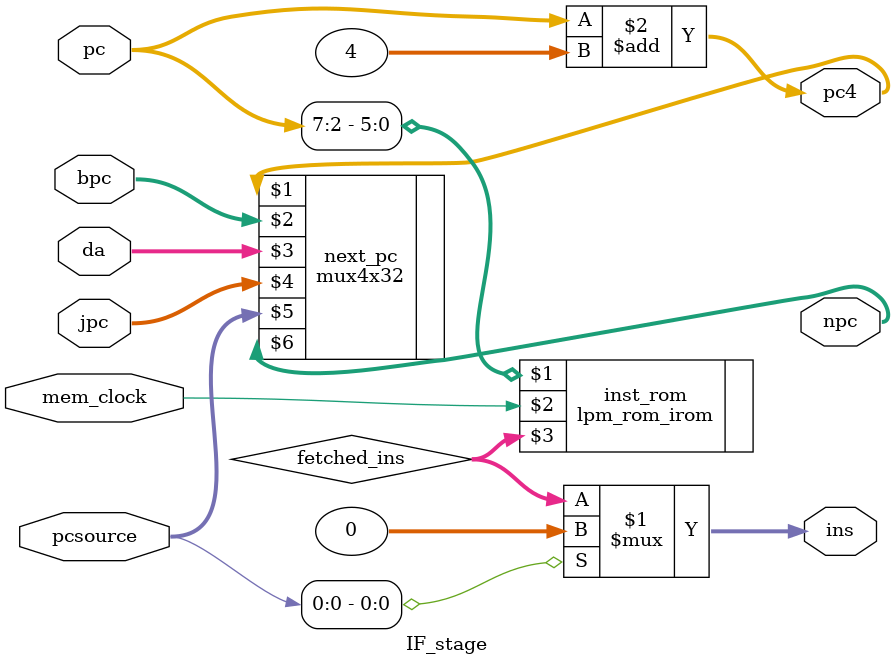
<source format=v>
module IF_stage (
    input [1:0] pcsource,
    input [31:0] pc, bpc, da, jpc,
    input mem_clock,
    output [31:0] npc, pc4, ins
);
    wire [31:0] fetched_ins;
    lpm_rom_irom inst_rom(pc[7:2], mem_clock, fetched_ins);
    assign ins = pcsource[0]? 32'h0 : fetched_ins;
    assign pc4 = pc + 32'h4;
    mux4x32 next_pc(pc4, bpc, da, jpc, pcsource, npc);
endmodule

</source>
